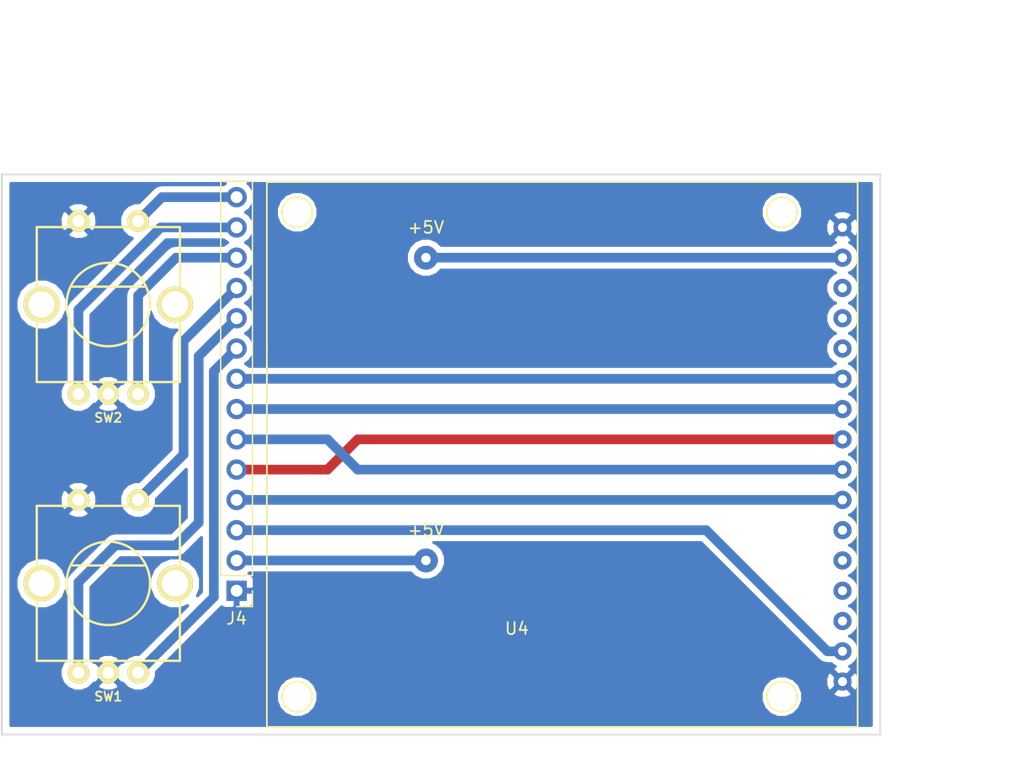
<source format=kicad_pcb>
(kicad_pcb (version 4) (host pcbnew 4.0.7-e2-6376~58~ubuntu16.04.1)

  (general
    (links 21)
    (no_connects 1)
    (area 171.984999 43.02 260.646955 107.0724)
    (thickness 1.6)
    (drawings 10)
    (tracks 35)
    (zones 0)
    (modules 10)
    (nets 19)
  )

  (page USLetter)
  (title_block
    (title AD9850)
  )

  (layers
    (0 F.Cu signal)
    (31 B.Cu signal)
    (33 F.Adhes user)
    (35 F.Paste user)
    (36 B.SilkS user)
    (37 F.SilkS user)
    (38 B.Mask user)
    (39 F.Mask user)
    (40 Dwgs.User user)
    (41 Cmts.User user)
    (42 Eco1.User user)
    (43 Eco2.User user)
    (44 Edge.Cuts user)
    (45 Margin user)
    (47 F.CrtYd user)
    (49 F.Fab user)
  )

  (setup
    (last_trace_width 0.1524)
    (user_trace_width 0.1524)
    (user_trace_width 0.254)
    (user_trace_width 0.381)
    (user_trace_width 0.508)
    (user_trace_width 0.8128)
    (trace_clearance 0.1524)
    (zone_clearance 0.508)
    (zone_45_only no)
    (trace_min 0.1524)
    (segment_width 0.2)
    (edge_width 0.15)
    (via_size 0.6858)
    (via_drill 0.3302)
    (via_min_size 0.6858)
    (via_min_drill 0.3302)
    (uvia_size 0.6858)
    (uvia_drill 0.3302)
    (uvias_allowed no)
    (uvia_min_size 0)
    (uvia_min_drill 0)
    (pcb_text_width 0.3)
    (pcb_text_size 1.5 1.5)
    (mod_edge_width 0.15)
    (mod_text_size 1 1)
    (mod_text_width 0.15)
    (pad_size 1.99898 1.99898)
    (pad_drill 0.8001)
    (pad_to_mask_clearance 0.0508)
    (aux_axis_origin 0 0)
    (visible_elements FFFFFF7F)
    (pcbplotparams
      (layerselection 0x010e0_80000001)
      (usegerberextensions false)
      (excludeedgelayer true)
      (linewidth 0.100000)
      (plotframeref false)
      (viasonmask false)
      (mode 1)
      (useauxorigin false)
      (hpglpennumber 1)
      (hpglpenspeed 20)
      (hpglpendiameter 15)
      (hpglpenoverlay 2)
      (psnegative false)
      (psa4output false)
      (plotreference true)
      (plotvalue true)
      (plotinvisibletext false)
      (padsonsilk false)
      (subtractmaskfromsilk false)
      (outputformat 1)
      (mirror false)
      (drillshape 0)
      (scaleselection 1)
      (outputdirectory "Display Gerbers/"))
  )

  (net 0 "")
  (net 1 +5V)
  (net 2 GND)
  (net 3 "Net-(U4-Pad11)")
  (net 4 "Net-(U4-Pad12)")
  (net 5 "Net-(U4-Pad13)")
  (net 6 "Net-(U4-Pad14)")
  (net 7 /D9)
  (net 8 /CS)
  (net 9 /MOSI)
  (net 10 /SCK)
  (net 11 /DC)
  (net 12 /RST)
  (net 13 /STEP1)
  (net 14 /STEP2)
  (net 15 /SET1Hz)
  (net 16 /FREQ1)
  (net 17 /FREQ2)
  (net 18 /SET1kHz)

  (net_class Default "This is the default net class."
    (clearance 0.1524)
    (trace_width 0.1524)
    (via_dia 0.6858)
    (via_drill 0.3302)
    (uvia_dia 0.6858)
    (uvia_drill 0.3302)
    (add_net +5V)
    (add_net /CS)
    (add_net /D9)
    (add_net /DC)
    (add_net /FREQ1)
    (add_net /FREQ2)
    (add_net /MOSI)
    (add_net /RST)
    (add_net /SCK)
    (add_net /SET1Hz)
    (add_net /SET1kHz)
    (add_net /STEP1)
    (add_net /STEP2)
    (add_net GND)
    (add_net "Net-(U4-Pad11)")
    (add_net "Net-(U4-Pad12)")
    (add_net "Net-(U4-Pad13)")
    (add_net "Net-(U4-Pad14)")
  )

  (module Wire_Pads:SolderWirePad_single_0-8mmDrill (layer F.Cu) (tedit 5A52962F) (tstamp 5A529B54)
    (at 207.645 64.135)
    (fp_text reference +5V (at 0 -2.54) (layer F.SilkS)
      (effects (font (size 1 1) (thickness 0.15)))
    )
    (fp_text value JP2 (at 0 2.54) (layer F.Fab)
      (effects (font (size 1 1) (thickness 0.15)))
    )
    (pad 1 thru_hole circle (at 0 0) (size 1.99898 1.99898) (drill 0.8001) (layers *.Cu *.Mask)
      (net 1 +5V))
  )

  (module Wire_Pads:SolderWirePad_single_0-8mmDrill (layer F.Cu) (tedit 5A529621) (tstamp 5A529B37)
    (at 207.645 89.535)
    (fp_text reference +5V (at 0 -2.54) (layer F.SilkS)
      (effects (font (size 1 1) (thickness 0.15)))
    )
    (fp_text value JP2 (at 0 2.54) (layer F.Fab)
      (effects (font (size 1 1) (thickness 0.15)))
    )
    (pad 1 thru_hole circle (at 0 0) (size 1.99898 1.99898) (drill 0.8001) (layers *.Cu *.Mask)
      (net 1 +5V))
  )

  (module Pin_Headers:Pin_Header_Straight_1x14_Pitch2.54mm (layer F.Cu) (tedit 5A5D6C10) (tstamp 5A51C881)
    (at 191.77 92.075 180)
    (descr "Through hole straight pin header, 1x14, 2.54mm pitch, single row")
    (tags "Through hole pin header THT 1x14 2.54mm single row")
    (path /5A4F325F)
    (fp_text reference J4 (at 0 -2.33 180) (layer F.SilkS)
      (effects (font (size 1 1) (thickness 0.15)))
    )
    (fp_text value CONN_01X14 (at 0 36.195 180) (layer F.Fab)
      (effects (font (size 1 1) (thickness 0.15)))
    )
    (fp_line (start -0.635 -1.27) (end 1.27 -1.27) (layer F.Fab) (width 0.1))
    (fp_line (start 1.27 -1.27) (end 1.27 34.29) (layer F.Fab) (width 0.1))
    (fp_line (start 1.27 34.29) (end -1.27 34.29) (layer F.Fab) (width 0.1))
    (fp_line (start -1.27 34.29) (end -1.27 -0.635) (layer F.Fab) (width 0.1))
    (fp_line (start -1.27 -0.635) (end -0.635 -1.27) (layer F.Fab) (width 0.1))
    (fp_line (start -1.33 34.35) (end 1.33 34.35) (layer F.SilkS) (width 0.12))
    (fp_line (start -1.33 1.27) (end -1.33 34.35) (layer F.SilkS) (width 0.12))
    (fp_line (start 1.33 1.27) (end 1.33 34.35) (layer F.SilkS) (width 0.12))
    (fp_line (start -1.33 1.27) (end 1.33 1.27) (layer F.SilkS) (width 0.12))
    (fp_line (start -1.33 0) (end -1.33 -1.33) (layer F.SilkS) (width 0.12))
    (fp_line (start -1.33 -1.33) (end 0 -1.33) (layer F.SilkS) (width 0.12))
    (fp_line (start -1.8 -1.8) (end -1.8 34.8) (layer F.CrtYd) (width 0.05))
    (fp_line (start -1.8 34.8) (end 1.8 34.8) (layer F.CrtYd) (width 0.05))
    (fp_line (start 1.8 34.8) (end 1.8 -1.8) (layer F.CrtYd) (width 0.05))
    (fp_line (start 1.8 -1.8) (end -1.8 -1.8) (layer F.CrtYd) (width 0.05))
    (fp_text user %R (at 0 16.51 270) (layer F.Fab)
      (effects (font (size 1 1) (thickness 0.15)))
    )
    (pad 1 thru_hole rect (at 0 0 180) (size 1.7 1.7) (drill 1) (layers *.Cu *.Mask)
      (net 2 GND))
    (pad 2 thru_hole oval (at 0 2.54 180) (size 1.7 1.7) (drill 1) (layers *.Cu *.Mask)
      (net 1 +5V))
    (pad 3 thru_hole oval (at 0 5.08 180) (size 1.7 1.7) (drill 1) (layers *.Cu *.Mask)
      (net 7 /D9))
    (pad 4 thru_hole oval (at 0 7.62 180) (size 1.7 1.7) (drill 1) (layers *.Cu *.Mask)
      (net 8 /CS))
    (pad 5 thru_hole oval (at 0 10.16 180) (size 1.7 1.7) (drill 1) (layers *.Cu *.Mask)
      (net 9 /MOSI))
    (pad 6 thru_hole oval (at 0 12.7 180) (size 1.7 1.7) (drill 1) (layers *.Cu *.Mask)
      (net 10 /SCK))
    (pad 7 thru_hole oval (at 0 15.24 180) (size 1.7 1.7) (drill 1) (layers *.Cu *.Mask)
      (net 11 /DC))
    (pad 8 thru_hole oval (at 0 17.78 180) (size 1.7 1.7) (drill 1) (layers *.Cu *.Mask)
      (net 12 /RST))
    (pad 9 thru_hole oval (at 0 20.32 180) (size 1.7 1.7) (drill 1) (layers *.Cu *.Mask)
      (net 13 /STEP1))
    (pad 10 thru_hole oval (at 0 22.86 180) (size 1.7 1.7) (drill 1) (layers *.Cu *.Mask)
      (net 14 /STEP2))
    (pad 11 thru_hole oval (at 0 25.4 180) (size 1.7 1.7) (drill 1) (layers *.Cu *.Mask)
      (net 15 /SET1Hz))
    (pad 12 thru_hole oval (at 0 27.94 180) (size 1.7 1.7) (drill 1) (layers *.Cu *.Mask)
      (net 16 /FREQ1))
    (pad 13 thru_hole oval (at 0 30.48 180) (size 1.7 1.7) (drill 1) (layers *.Cu *.Mask)
      (net 17 /FREQ2))
    (pad 14 thru_hole oval (at 0 33.02 180) (size 1.7 1.7) (drill 1) (layers *.Cu *.Mask)
      (net 18 /SET1kHz))
    (model ${KISYS3DMOD}/Pin_Headers.3dshapes/Pin_Header_Straight_1x14_Pitch2.54mm.wrl
      (at (xyz 0 0 0))
      (scale (xyz 1 1 1))
      (rotate (xyz 0 0 0))
    )
  )

  (module myfootprint:128x160-SPI_w_SD-CARD (layer F.Cu) (tedit 5A5D6B9B) (tstamp 5A527919)
    (at 217.17 86.995 180)
    (path /5A4FAEB1)
    (fp_text reference U4 (at 1.905 -8.255 180) (layer F.SilkS)
      (effects (font (size 1 1) (thickness 0.15)))
    )
    (fp_text value 1.8TFTv0.1_128x160 (at 0 -19.05 180) (layer F.Fab)
      (effects (font (size 1 1) (thickness 0.15)))
    )
    (fp_circle (center -20.32 26.67) (end -20.32 27.94) (layer F.SilkS) (width 0.15))
    (fp_circle (center -20.32 -13.97) (end -19.05 -13.97) (layer F.SilkS) (width 0.15))
    (fp_circle (center 20.32 26.67) (end 20.32 25.4) (layer F.SilkS) (width 0.15))
    (fp_circle (center 20.32 -13.97) (end 20.32 -15.24) (layer F.SilkS) (width 0.15))
    (fp_line (start -26.67 29.21) (end 22.86 29.21) (layer F.SilkS) (width 0.15))
    (fp_line (start 22.86 15.24) (end 22.86 29.21) (layer F.SilkS) (width 0.15))
    (fp_line (start -26.67 -16.51) (end 22.86 -16.51) (layer F.SilkS) (width 0.15))
    (fp_line (start -26.67 29.21) (end -26.67 27.94) (layer F.SilkS) (width 0.15))
    (fp_line (start -26.67 -15.24) (end -26.67 -16.51) (layer F.SilkS) (width 0.15))
    (fp_line (start -26.67 27.94) (end -26.67 20.32) (layer F.SilkS) (width 0.15))
    (fp_line (start -26.67 -11.43) (end -26.67 -15.24) (layer F.SilkS) (width 0.15))
    (fp_line (start 22.86 -16.51) (end 22.86 15.24) (layer F.SilkS) (width 0.15))
    (fp_line (start -26.67 20.32) (end -26.67 -11.43) (layer F.SilkS) (width 0.15))
    (pad 1 thru_hole circle (at -25.4 25.4 180) (size 1.524 1.524) (drill 0.762) (layers *.Cu *.Mask)
      (net 2 GND))
    (pad 2 thru_hole circle (at -25.4 22.86 180) (size 1.524 1.524) (drill 0.762) (layers *.Cu *.Mask)
      (net 1 +5V))
    (pad 3 thru_hole circle (at -25.4 20.32 180) (size 1.524 1.524) (drill 0.762) (layers *.Cu *.Mask))
    (pad 4 thru_hole circle (at -25.4 17.78 180) (size 1.524 1.524) (drill 0.762) (layers *.Cu *.Mask))
    (pad 5 thru_hole circle (at -25.4 15.24 180) (size 1.524 1.524) (drill 0.762) (layers *.Cu *.Mask))
    (pad 6 thru_hole circle (at -25.4 12.7 180) (size 1.524 1.524) (drill 0.762) (layers *.Cu *.Mask)
      (net 12 /RST))
    (pad 7 thru_hole circle (at -25.4 10.16 180) (size 1.524 1.524) (drill 0.762) (layers *.Cu *.Mask)
      (net 11 /DC))
    (pad 8 thru_hole circle (at -25.4 7.62 180) (size 1.524 1.524) (drill 0.762) (layers *.Cu *.Mask)
      (net 9 /MOSI))
    (pad 9 thru_hole circle (at -25.4 5.08 180) (size 1.524 1.524) (drill 0.762) (layers *.Cu *.Mask)
      (net 10 /SCK))
    (pad 10 thru_hole circle (at -25.4 2.54 180) (size 1.524 1.524) (drill 0.762) (layers *.Cu *.Mask)
      (net 8 /CS))
    (pad 11 thru_hole circle (at -25.4 0 180) (size 1.524 1.524) (drill 0.762) (layers *.Cu *.Mask)
      (net 3 "Net-(U4-Pad11)"))
    (pad 12 thru_hole circle (at -25.4 -2.54 180) (size 1.524 1.524) (drill 0.762) (layers *.Cu *.Mask)
      (net 4 "Net-(U4-Pad12)"))
    (pad 13 thru_hole circle (at -25.4 -5.08 180) (size 1.524 1.524) (drill 0.762) (layers *.Cu *.Mask)
      (net 5 "Net-(U4-Pad13)"))
    (pad 14 thru_hole circle (at -25.4 -7.62 180) (size 1.524 1.524) (drill 0.762) (layers *.Cu *.Mask)
      (net 6 "Net-(U4-Pad14)"))
    (pad 15 thru_hole circle (at -25.4 -10.16 180) (size 1.524 1.524) (drill 0.762) (layers *.Cu *.Mask)
      (net 7 /D9))
    (pad 16 thru_hole circle (at -25.4 -12.7 180) (size 1.524 1.524) (drill 0.762) (layers *.Cu *.Mask)
      (net 2 GND))
  )

  (module myfootprint:SF-ROTARY-ENCODER (layer F.Cu) (tedit 5A5289BB) (tstamp 5A528B2E)
    (at 181.015 91.455)
    (path /5A4F0C21)
    (fp_text reference SW1 (at 0 9.5) (layer F.SilkS)
      (effects (font (size 0.762 0.762) (thickness 0.1524)))
    )
    (fp_text value Rotary_Encoder_Switch (at 0 0) (layer F.SilkS) hide
      (effects (font (size 0.762 0.762) (thickness 0.1524)))
    )
    (fp_line (start 3 -1.5) (end -3 -1.5) (layer F.SilkS) (width 0.2032))
    (fp_circle (center 0 0) (end 3.5 0) (layer F.SilkS) (width 0.2032))
    (fp_line (start 6 6.5) (end -6 6.5) (layer F.SilkS) (width 0.2032))
    (fp_line (start -6 6.5) (end -6 -6.5) (layer F.SilkS) (width 0.2032))
    (fp_line (start -6 -6.5) (end 6 -6.5) (layer F.SilkS) (width 0.2032))
    (fp_line (start 6 -6.5) (end 6 6.5) (layer F.SilkS) (width 0.2032))
    (pad 4 thru_hole circle (at -2.5 -7) (size 1.8 1.8) (drill 1) (layers *.Cu *.Mask F.SilkS)
      (net 2 GND))
    (pad 1 thru_hole circle (at -2.5 7.5) (size 1.8 1.8) (drill 1) (layers *.Cu *.Mask F.SilkS)
      (net 14 /STEP2))
    (pad 2 thru_hole circle (at 0 7.5) (size 1.8 1.8) (drill 1) (layers *.Cu *.Mask F.SilkS)
      (net 2 GND))
    (pad 3 thru_hole circle (at 2.5 7.5) (size 1.8 1.8) (drill 1) (layers *.Cu *.Mask F.SilkS)
      (net 13 /STEP1))
    (pad 5 thru_hole circle (at 2.5 -7) (size 1.8 1.8) (drill 1) (layers *.Cu *.Mask F.SilkS)
      (net 15 /SET1Hz))
    (pad "" thru_hole circle (at 5.6 0) (size 3 3) (drill 2.2) (layers *.Cu *.Mask F.SilkS))
    (pad "" thru_hole circle (at -5.6 0) (size 3 3) (drill 2.2) (layers *.Cu *.Mask F.SilkS))
  )

  (module myfootprint:SF-ROTARY-ENCODER (layer F.Cu) (tedit 5A5289BB) (tstamp 5A528B3F)
    (at 181.015 68.065)
    (path /5A4F0CD3)
    (fp_text reference SW2 (at 0 9.5) (layer F.SilkS)
      (effects (font (size 0.762 0.762) (thickness 0.1524)))
    )
    (fp_text value Rotary_Encoder_Switch (at 0 0) (layer F.SilkS) hide
      (effects (font (size 0.762 0.762) (thickness 0.1524)))
    )
    (fp_line (start 3 -1.5) (end -3 -1.5) (layer F.SilkS) (width 0.2032))
    (fp_circle (center 0 0) (end 3.5 0) (layer F.SilkS) (width 0.2032))
    (fp_line (start 6 6.5) (end -6 6.5) (layer F.SilkS) (width 0.2032))
    (fp_line (start -6 6.5) (end -6 -6.5) (layer F.SilkS) (width 0.2032))
    (fp_line (start -6 -6.5) (end 6 -6.5) (layer F.SilkS) (width 0.2032))
    (fp_line (start 6 -6.5) (end 6 6.5) (layer F.SilkS) (width 0.2032))
    (pad 4 thru_hole circle (at -2.5 -7) (size 1.8 1.8) (drill 1) (layers *.Cu *.Mask F.SilkS)
      (net 2 GND))
    (pad 1 thru_hole circle (at -2.5 7.5) (size 1.8 1.8) (drill 1) (layers *.Cu *.Mask F.SilkS)
      (net 17 /FREQ2))
    (pad 2 thru_hole circle (at 0 7.5) (size 1.8 1.8) (drill 1) (layers *.Cu *.Mask F.SilkS)
      (net 2 GND))
    (pad 3 thru_hole circle (at 2.5 7.5) (size 1.8 1.8) (drill 1) (layers *.Cu *.Mask F.SilkS)
      (net 16 /FREQ1))
    (pad 5 thru_hole circle (at 2.5 -7) (size 1.8 1.8) (drill 1) (layers *.Cu *.Mask F.SilkS)
      (net 18 /SET1kHz))
    (pad "" thru_hole circle (at 5.6 0) (size 3 3) (drill 2.2) (layers *.Cu *.Mask F.SilkS))
    (pad "" thru_hole circle (at -5.6 0) (size 3 3) (drill 2.2) (layers *.Cu *.Mask F.SilkS))
  )

  (module Mounting_Holes:MountingHole_2.2mm_M2 (layer F.Cu) (tedit 5A5D6C24) (tstamp 5A52A437)
    (at 237.49 60.325)
    (descr "Mounting Hole 2.2mm, no annular, M2")
    (tags "mounting hole 2.2mm no annular m2")
    (attr virtual)
    (fp_text reference "" (at 0 -3.2) (layer F.SilkS)
      (effects (font (size 1 1) (thickness 0.15)))
    )
    (fp_text value MountingHole_2.2mm_M2 (at -3.81 -4.445) (layer F.Fab)
      (effects (font (size 1 1) (thickness 0.15)))
    )
    (fp_text user %R (at 0.3 0) (layer F.Fab)
      (effects (font (size 1 1) (thickness 0.15)))
    )
    (fp_circle (center 0 0) (end 2.2 0) (layer Cmts.User) (width 0.15))
    (fp_circle (center 0 0) (end 2.45 0) (layer F.CrtYd) (width 0.05))
    (pad 1 np_thru_hole circle (at 0 0) (size 2.2 2.2) (drill 2.2) (layers *.Cu *.Mask))
  )

  (module Mounting_Holes:MountingHole_2.2mm_M2 (layer F.Cu) (tedit 5A5D6C1C) (tstamp 5A52A43F)
    (at 196.85 60.325)
    (descr "Mounting Hole 2.2mm, no annular, M2")
    (tags "mounting hole 2.2mm no annular m2")
    (attr virtual)
    (fp_text reference "" (at 0 -3.2) (layer F.SilkS)
      (effects (font (size 1 1) (thickness 0.15)))
    )
    (fp_text value MountingHole_2.2mm_M2 (at 10.16 -4.445) (layer F.Fab)
      (effects (font (size 1 1) (thickness 0.15)))
    )
    (fp_text user %R (at 0.3 0) (layer F.Fab)
      (effects (font (size 1 1) (thickness 0.15)))
    )
    (fp_circle (center 0 0) (end 2.2 0) (layer Cmts.User) (width 0.15))
    (fp_circle (center 0 0) (end 2.45 0) (layer F.CrtYd) (width 0.05))
    (pad 1 np_thru_hole circle (at 0 0) (size 2.2 2.2) (drill 2.2) (layers *.Cu *.Mask))
  )

  (module Mounting_Holes:MountingHole_2.2mm_M2 (layer F.Cu) (tedit 5A5D6BF7) (tstamp 5A52A447)
    (at 196.85 100.965)
    (descr "Mounting Hole 2.2mm, no annular, M2")
    (tags "mounting hole 2.2mm no annular m2")
    (attr virtual)
    (fp_text reference "" (at 0 -3.2) (layer F.SilkS)
      (effects (font (size 1 1) (thickness 0.15)))
    )
    (fp_text value MountingHole_2.2mm_M2 (at 0 5.08) (layer F.Fab)
      (effects (font (size 1 1) (thickness 0.15)))
    )
    (fp_text user %R (at 0.3 0) (layer F.Fab)
      (effects (font (size 1 1) (thickness 0.15)))
    )
    (fp_circle (center 0 0) (end 2.2 0) (layer Cmts.User) (width 0.15))
    (fp_circle (center 0 0) (end 2.45 0) (layer F.CrtYd) (width 0.05))
    (pad 1 np_thru_hole circle (at 0 0) (size 2.2 2.2) (drill 2.2) (layers *.Cu *.Mask))
  )

  (module Mounting_Holes:MountingHole_2.2mm_M2 (layer F.Cu) (tedit 5A5D6C00) (tstamp 5A52A44F)
    (at 237.49 100.965)
    (descr "Mounting Hole 2.2mm, no annular, M2")
    (tags "mounting hole 2.2mm no annular m2")
    (attr virtual)
    (fp_text reference "" (at 0 -3.2) (layer F.SilkS)
      (effects (font (size 1 1) (thickness 0.15)))
    )
    (fp_text value MountingHole_2.2mm_M2 (at 0 5.08) (layer F.Fab)
      (effects (font (size 1 1) (thickness 0.15)))
    )
    (fp_text user %R (at 0.3 0) (layer F.Fab)
      (effects (font (size 1 1) (thickness 0.15)))
    )
    (fp_circle (center 0 0) (end 2.2 0) (layer Cmts.User) (width 0.15))
    (fp_circle (center 0 0) (end 2.45 0) (layer F.CrtYd) (width 0.05))
    (pad 1 np_thru_hole circle (at 0 0) (size 2.2 2.2) (drill 2.2) (layers *.Cu *.Mask))
  )

  (gr_line (start 172.085 104.14) (end 172.085 57.15) (layer Edge.Cuts) (width 0.15))
  (gr_line (start 245.745 104.14) (end 172.085 104.14) (layer Edge.Cuts) (width 0.15))
  (gr_line (start 245.745 57.15) (end 245.745 104.14) (layer Edge.Cuts) (width 0.15))
  (gr_line (start 172.085 57.15) (end 245.745 57.15) (layer Edge.Cuts) (width 0.15))
  (dimension 46.99 (width 0.3) (layer F.Fab)
    (gr_text "1.8500 in" (at 255.11124 80.645 270) (layer F.Fab)
      (effects (font (size 1.5 1.5) (thickness 0.3)))
    )
    (feature1 (pts (xy 247.41124 104.14) (xy 256.46124 104.14)))
    (feature2 (pts (xy 247.41124 57.15) (xy 256.46124 57.15)))
    (crossbar (pts (xy 253.76124 57.15) (xy 253.76124 104.14)))
    (arrow1a (pts (xy 253.76124 104.14) (xy 253.174819 103.013496)))
    (arrow1b (pts (xy 253.76124 104.14) (xy 254.347661 103.013496)))
    (arrow2a (pts (xy 253.76124 57.15) (xy 253.174819 58.276504)))
    (arrow2b (pts (xy 253.76124 57.15) (xy 254.347661 58.276504)))
  )
  (dimension 73.66 (width 0.3) (layer F.Fab)
    (gr_text "2.9000 in" (at 208.915 44.37) (layer F.Fab)
      (effects (font (size 1.5 1.5) (thickness 0.3)))
    )
    (feature1 (pts (xy 245.745 55.88) (xy 245.745 43.02)))
    (feature2 (pts (xy 172.085 55.88) (xy 172.085 43.02)))
    (crossbar (pts (xy 172.085 45.72) (xy 245.745 45.72)))
    (arrow1a (pts (xy 245.745 45.72) (xy 244.618496 46.306421)))
    (arrow1b (pts (xy 245.745 45.72) (xy 244.618496 45.133579)))
    (arrow2a (pts (xy 172.085 45.72) (xy 173.211504 46.306421)))
    (arrow2b (pts (xy 172.085 45.72) (xy 173.211504 45.133579)))
  )
  (gr_line (start 172.085 104.14) (end 172.085 57.15) (angle 90) (layer F.Fab) (width 0.2))
  (gr_line (start 245.745 104.14) (end 172.085 104.14) (angle 90) (layer F.Fab) (width 0.2))
  (gr_line (start 245.745 57.15) (end 245.745 104.14) (angle 90) (layer F.Fab) (width 0.2))
  (gr_line (start 172.085 57.15) (end 245.745 57.15) (angle 90) (layer F.Fab) (width 0.2))

  (segment (start 191.77 89.535) (end 207.645 89.535) (width 0.8128) (layer B.Cu) (net 1))
  (segment (start 207.645 64.135) (end 242.57 64.135) (width 0.8128) (layer B.Cu) (net 1))
  (segment (start 191.77 86.995) (end 231.14 86.995) (width 0.8128) (layer B.Cu) (net 7))
  (segment (start 241.3 97.155) (end 242.57 97.155) (width 0.8128) (layer B.Cu) (net 7) (tstamp 5A5298C4))
  (segment (start 231.14 86.995) (end 241.3 97.155) (width 0.8128) (layer B.Cu) (net 7) (tstamp 5A5298C2))
  (segment (start 191.77 84.455) (end 242.57 84.455) (width 0.8128) (layer B.Cu) (net 8))
  (segment (start 191.77 81.915) (end 198.755 81.915) (width 0.8128) (layer F.Cu) (net 9))
  (segment (start 201.93 79.375) (end 242.57 79.375) (width 0.8128) (layer F.Cu) (net 9) (tstamp 5A5EC7B5))
  (segment (start 199.39 81.915) (end 201.93 79.375) (width 0.8128) (layer F.Cu) (net 9) (tstamp 5A5EC7B1))
  (segment (start 198.755 81.915) (end 199.39 81.915) (width 0.8128) (layer F.Cu) (net 9) (tstamp 5A5EC7AF))
  (segment (start 191.77 79.375) (end 199.39 79.375) (width 0.8128) (layer B.Cu) (net 10))
  (segment (start 201.93 81.915) (end 242.57 81.915) (width 0.8128) (layer B.Cu) (net 10) (tstamp 5A529AD8))
  (segment (start 199.39 79.375) (end 201.93 81.915) (width 0.8128) (layer B.Cu) (net 10) (tstamp 5A529AD7))
  (segment (start 191.77 76.835) (end 242.57 76.835) (width 0.8128) (layer B.Cu) (net 11))
  (segment (start 191.77 74.295) (end 242.57 74.295) (width 0.8128) (layer B.Cu) (net 12))
  (segment (start 191.77 71.755) (end 189.865 73.66) (width 0.8128) (layer B.Cu) (net 13))
  (segment (start 189.865 73.66) (end 189.865 92.605) (width 0.8128) (layer B.Cu) (net 13))
  (segment (start 189.865 92.605) (end 183.515 98.955) (width 0.8128) (layer B.Cu) (net 13))
  (segment (start 191.77 69.215) (end 188.595 72.39) (width 0.8128) (layer B.Cu) (net 14))
  (segment (start 186.69 88.265) (end 181.61 88.265) (width 0.8128) (layer B.Cu) (net 14))
  (segment (start 188.595 72.39) (end 188.595 86.36) (width 0.8128) (layer B.Cu) (net 14))
  (segment (start 188.595 86.36) (end 186.69 88.265) (width 0.8128) (layer B.Cu) (net 14))
  (segment (start 181.61 88.265) (end 178.515 91.36) (width 0.8128) (layer B.Cu) (net 14))
  (segment (start 178.515 91.36) (end 178.515 98.955) (width 0.8128) (layer B.Cu) (net 14))
  (segment (start 187.325 71.12) (end 187.325 80.645) (width 0.8128) (layer B.Cu) (net 15))
  (segment (start 187.325 80.645) (end 183.515 84.455) (width 0.8128) (layer B.Cu) (net 15))
  (segment (start 191.77 66.675) (end 187.325 71.12) (width 0.8128) (layer B.Cu) (net 15))
  (segment (start 191.77 64.135) (end 186.69 64.135) (width 0.8128) (layer B.Cu) (net 16))
  (segment (start 186.69 64.135) (end 183.515 67.31) (width 0.8128) (layer B.Cu) (net 16))
  (segment (start 183.515 67.31) (end 183.515 75.565) (width 0.8128) (layer B.Cu) (net 16))
  (segment (start 185.42 61.595) (end 178.515 68.5) (width 0.8128) (layer B.Cu) (net 17))
  (segment (start 178.515 68.5) (end 178.515 75.565) (width 0.8128) (layer B.Cu) (net 17))
  (segment (start 191.77 61.595) (end 185.42 61.595) (width 0.8128) (layer B.Cu) (net 17))
  (segment (start 191.77 59.055) (end 185.525 59.055) (width 0.8128) (layer B.Cu) (net 18))
  (segment (start 185.525 59.055) (end 183.515 61.065) (width 0.8128) (layer B.Cu) (net 18))

  (zone (net 2) (net_name GND) (layer B.Cu) (tstamp 5A54E032) (hatch edge 0.508)
    (connect_pads (clearance 0.508))
    (min_thickness 0.254)
    (fill yes (arc_segments 16) (thermal_gap 0.508) (thermal_bridge_width 0.508))
    (polygon
      (pts
        (xy 245.11 103.505) (xy 172.72 103.505) (xy 172.72 57.785) (xy 245.11 57.785)
      )
    )
    (filled_polygon
      (pts
        (xy 190.690853 58.004946) (xy 190.685071 58.0136) (xy 185.525 58.0136) (xy 185.126473 58.092872) (xy 184.788619 58.318619)
        (xy 183.577184 59.530054) (xy 183.211009 59.529735) (xy 182.646629 59.762932) (xy 182.214449 60.194357) (xy 181.980267 60.75833)
        (xy 181.979735 61.368991) (xy 182.212932 61.933371) (xy 182.644357 62.365551) (xy 183.020499 62.521739) (xy 177.778619 67.763619)
        (xy 177.552872 68.101473) (xy 177.549956 68.116133) (xy 177.55037 67.642185) (xy 177.22602 66.8572) (xy 176.625959 66.256091)
        (xy 175.841541 65.930372) (xy 174.992185 65.92963) (xy 174.2072 66.25398) (xy 173.606091 66.854041) (xy 173.280372 67.638459)
        (xy 173.27963 68.487815) (xy 173.60398 69.2728) (xy 174.204041 69.873909) (xy 174.988459 70.199628) (xy 175.837815 70.20037)
        (xy 176.6228 69.87602) (xy 177.223909 69.275959) (xy 177.4736 68.674637) (xy 177.4736 74.435659) (xy 177.214449 74.694357)
        (xy 176.980267 75.25833) (xy 176.979735 75.868991) (xy 177.212932 76.433371) (xy 177.644357 76.865551) (xy 178.20833 77.099733)
        (xy 178.818991 77.100265) (xy 179.383371 76.867068) (xy 179.605668 76.645159) (xy 180.114446 76.645159) (xy 180.200852 76.901643)
        (xy 180.774336 77.111458) (xy 181.38446 77.085839) (xy 181.829148 76.901643) (xy 181.915554 76.645159) (xy 181.015 75.744605)
        (xy 180.114446 76.645159) (xy 179.605668 76.645159) (xy 179.815551 76.435643) (xy 179.819294 76.426628) (xy 179.934841 76.465554)
        (xy 180.835395 75.565) (xy 179.934841 74.664446) (xy 179.819786 74.703207) (xy 179.817068 74.696629) (xy 179.60565 74.484841)
        (xy 180.114446 74.484841) (xy 181.015 75.385395) (xy 181.915554 74.484841) (xy 181.829148 74.228357) (xy 181.255664 74.018542)
        (xy 180.64554 74.044161) (xy 180.200852 74.228357) (xy 180.114446 74.484841) (xy 179.60565 74.484841) (xy 179.5564 74.435505)
        (xy 179.5564 68.931362) (xy 185.851362 62.6364) (xy 190.685071 62.6364) (xy 190.690853 62.645054) (xy 191.020026 62.865)
        (xy 190.690853 63.084946) (xy 190.685071 63.0936) (xy 186.69 63.0936) (xy 186.291473 63.172872) (xy 186.034319 63.344697)
        (xy 185.953619 63.398619) (xy 182.778619 66.573619) (xy 182.552872 66.911473) (xy 182.4736 67.31) (xy 182.4736 74.435659)
        (xy 182.214449 74.694357) (xy 182.210706 74.703372) (xy 182.095159 74.664446) (xy 181.194605 75.565) (xy 182.095159 76.465554)
        (xy 182.210214 76.426793) (xy 182.212932 76.433371) (xy 182.644357 76.865551) (xy 183.20833 77.099733) (xy 183.818991 77.100265)
        (xy 184.383371 76.867068) (xy 184.815551 76.435643) (xy 185.049733 75.87167) (xy 185.050265 75.261009) (xy 184.817068 74.696629)
        (xy 184.5564 74.435505) (xy 184.5564 68.673612) (xy 184.80398 69.2728) (xy 185.404041 69.873909) (xy 186.188459 70.199628)
        (xy 186.7721 70.200138) (xy 186.588619 70.383619) (xy 186.362872 70.721473) (xy 186.2836 71.12) (xy 186.2836 80.213638)
        (xy 183.577184 82.920054) (xy 183.211009 82.919735) (xy 182.646629 83.152932) (xy 182.214449 83.584357) (xy 181.980267 84.14833)
        (xy 181.979735 84.758991) (xy 182.212932 85.323371) (xy 182.644357 85.755551) (xy 183.20833 85.989733) (xy 183.818991 85.990265)
        (xy 184.383371 85.757068) (xy 184.815551 85.325643) (xy 185.049733 84.76167) (xy 185.050054 84.392708) (xy 187.5536 81.889162)
        (xy 187.5536 85.928638) (xy 186.258638 87.2236) (xy 181.61 87.2236) (xy 181.211473 87.302872) (xy 181.064016 87.4014)
        (xy 180.873619 87.528619) (xy 177.778619 90.623619) (xy 177.552872 90.961473) (xy 177.542564 91.013294) (xy 177.22602 90.2472)
        (xy 176.625959 89.646091) (xy 175.841541 89.320372) (xy 174.992185 89.31963) (xy 174.2072 89.64398) (xy 173.606091 90.244041)
        (xy 173.280372 91.028459) (xy 173.27963 91.877815) (xy 173.60398 92.6628) (xy 174.204041 93.263909) (xy 174.988459 93.589628)
        (xy 175.837815 93.59037) (xy 176.6228 93.26602) (xy 177.223909 92.665959) (xy 177.4736 92.064637) (xy 177.4736 97.825659)
        (xy 177.214449 98.084357) (xy 176.980267 98.64833) (xy 176.979735 99.258991) (xy 177.212932 99.823371) (xy 177.644357 100.255551)
        (xy 178.20833 100.489733) (xy 178.818991 100.490265) (xy 179.383371 100.257068) (xy 179.605668 100.035159) (xy 180.114446 100.035159)
        (xy 180.200852 100.291643) (xy 180.774336 100.501458) (xy 181.38446 100.475839) (xy 181.829148 100.291643) (xy 181.915554 100.035159)
        (xy 181.015 99.134605) (xy 180.114446 100.035159) (xy 179.605668 100.035159) (xy 179.815551 99.825643) (xy 179.819294 99.816628)
        (xy 179.934841 99.855554) (xy 180.835395 98.955) (xy 179.934841 98.054446) (xy 179.819786 98.093207) (xy 179.817068 98.086629)
        (xy 179.60565 97.874841) (xy 180.114446 97.874841) (xy 181.015 98.775395) (xy 181.915554 97.874841) (xy 181.829148 97.618357)
        (xy 181.255664 97.408542) (xy 180.64554 97.434161) (xy 180.200852 97.618357) (xy 180.114446 97.874841) (xy 179.60565 97.874841)
        (xy 179.5564 97.825505) (xy 179.5564 91.791362) (xy 182.041362 89.3064) (xy 186.69 89.3064) (xy 187.088527 89.227128)
        (xy 187.426381 89.001381) (xy 188.8236 87.604162) (xy 188.8236 92.173638) (xy 188.489685 92.507553) (xy 188.749628 91.881541)
        (xy 188.75037 91.032185) (xy 188.42602 90.2472) (xy 187.825959 89.646091) (xy 187.041541 89.320372) (xy 186.192185 89.31963)
        (xy 185.4072 89.64398) (xy 184.806091 90.244041) (xy 184.480372 91.028459) (xy 184.47963 91.877815) (xy 184.80398 92.6628)
        (xy 185.404041 93.263909) (xy 186.188459 93.589628) (xy 187.037815 93.59037) (xy 187.666732 93.330506) (xy 183.577184 97.420054)
        (xy 183.211009 97.419735) (xy 182.646629 97.652932) (xy 182.214449 98.084357) (xy 182.210706 98.093372) (xy 182.095159 98.054446)
        (xy 181.194605 98.955) (xy 182.095159 99.855554) (xy 182.210214 99.816793) (xy 182.212932 99.823371) (xy 182.644357 100.255551)
        (xy 183.20833 100.489733) (xy 183.818991 100.490265) (xy 184.383371 100.257068) (xy 184.815551 99.825643) (xy 185.049733 99.26167)
        (xy 185.050054 98.892708) (xy 190.519868 93.422894) (xy 190.560302 93.463327) (xy 190.793691 93.56) (xy 191.48425 93.56)
        (xy 191.643 93.40125) (xy 191.643 92.202) (xy 191.897 92.202) (xy 191.897 93.40125) (xy 192.05575 93.56)
        (xy 192.746309 93.56) (xy 192.979698 93.463327) (xy 193.158327 93.284699) (xy 193.255 93.05131) (xy 193.255 92.36075)
        (xy 193.09625 92.202) (xy 191.897 92.202) (xy 191.643 92.202) (xy 191.623 92.202) (xy 191.623 91.948)
        (xy 191.643 91.948) (xy 191.643 91.928) (xy 191.897 91.928) (xy 191.897 91.948) (xy 193.09625 91.948)
        (xy 193.255 91.78925) (xy 193.255 91.09869) (xy 193.158327 90.865301) (xy 192.979698 90.686673) (xy 192.805223 90.614403)
        (xy 192.849147 90.585054) (xy 192.854929 90.5764) (xy 206.37508 90.5764) (xy 206.717927 90.919846) (xy 207.318453 91.169206)
        (xy 207.968694 91.169774) (xy 208.569655 90.921462) (xy 209.029846 90.462073) (xy 209.279206 89.861547) (xy 209.279774 89.211306)
        (xy 209.031462 88.610345) (xy 208.572073 88.150154) (xy 208.298123 88.0364) (xy 230.708638 88.0364) (xy 240.563619 97.891381)
        (xy 240.901474 98.117129) (xy 241.3 98.1964) (xy 241.635649 98.1964) (xy 241.77763 98.338629) (xy 241.969727 98.418395)
        (xy 241.838857 98.472603) (xy 241.769392 98.714787) (xy 242.57 99.515395) (xy 243.370608 98.714787) (xy 243.301143 98.472603)
        (xy 243.160682 98.422491) (xy 243.360303 98.34001) (xy 243.753629 97.94737) (xy 243.966757 97.4341) (xy 243.967242 96.878339)
        (xy 243.75501 96.364697) (xy 243.36237 95.971371) (xy 243.154488 95.885051) (xy 243.360303 95.80001) (xy 243.753629 95.40737)
        (xy 243.966757 94.8941) (xy 243.967242 94.338339) (xy 243.75501 93.824697) (xy 243.36237 93.431371) (xy 243.154488 93.345051)
        (xy 243.360303 93.26001) (xy 243.753629 92.86737) (xy 243.966757 92.3541) (xy 243.967242 91.798339) (xy 243.75501 91.284697)
        (xy 243.36237 90.891371) (xy 243.154488 90.805051) (xy 243.360303 90.72001) (xy 243.753629 90.32737) (xy 243.966757 89.8141)
        (xy 243.967242 89.258339) (xy 243.75501 88.744697) (xy 243.36237 88.351371) (xy 243.154488 88.265051) (xy 243.360303 88.18001)
        (xy 243.753629 87.78737) (xy 243.966757 87.2741) (xy 243.967242 86.718339) (xy 243.75501 86.204697) (xy 243.36237 85.811371)
        (xy 243.154488 85.725051) (xy 243.360303 85.64001) (xy 243.753629 85.24737) (xy 243.966757 84.7341) (xy 243.967242 84.178339)
        (xy 243.75501 83.664697) (xy 243.36237 83.271371) (xy 243.154488 83.185051) (xy 243.360303 83.10001) (xy 243.753629 82.70737)
        (xy 243.966757 82.1941) (xy 243.967242 81.638339) (xy 243.75501 81.124697) (xy 243.36237 80.731371) (xy 243.154488 80.645051)
        (xy 243.360303 80.56001) (xy 243.753629 80.16737) (xy 243.966757 79.6541) (xy 243.967242 79.098339) (xy 243.75501 78.584697)
        (xy 243.36237 78.191371) (xy 243.154488 78.105051) (xy 243.360303 78.02001) (xy 243.753629 77.62737) (xy 243.966757 77.1141)
        (xy 243.967242 76.558339) (xy 243.75501 76.044697) (xy 243.36237 75.651371) (xy 243.154488 75.565051) (xy 243.360303 75.48001)
        (xy 243.753629 75.08737) (xy 243.966757 74.5741) (xy 243.967242 74.018339) (xy 243.75501 73.504697) (xy 243.36237 73.111371)
        (xy 243.154488 73.025051) (xy 243.360303 72.94001) (xy 243.753629 72.54737) (xy 243.966757 72.0341) (xy 243.967242 71.478339)
        (xy 243.75501 70.964697) (xy 243.36237 70.571371) (xy 243.154488 70.485051) (xy 243.360303 70.40001) (xy 243.753629 70.00737)
        (xy 243.966757 69.4941) (xy 243.967242 68.938339) (xy 243.75501 68.424697) (xy 243.36237 68.031371) (xy 243.154488 67.945051)
        (xy 243.360303 67.86001) (xy 243.753629 67.46737) (xy 243.966757 66.9541) (xy 243.967242 66.398339) (xy 243.75501 65.884697)
        (xy 243.36237 65.491371) (xy 243.154488 65.405051) (xy 243.360303 65.32001) (xy 243.753629 64.92737) (xy 243.966757 64.4141)
        (xy 243.967242 63.858339) (xy 243.75501 63.344697) (xy 243.36237 62.951371) (xy 243.170273 62.871605) (xy 243.301143 62.817397)
        (xy 243.370608 62.575213) (xy 242.57 61.774605) (xy 241.769392 62.575213) (xy 241.838857 62.817397) (xy 241.979318 62.867509)
        (xy 241.779697 62.94999) (xy 241.635836 63.0936) (xy 208.91492 63.0936) (xy 208.572073 62.750154) (xy 207.971547 62.500794)
        (xy 207.321306 62.500226) (xy 206.720345 62.748538) (xy 206.260154 63.207927) (xy 206.010794 63.808453) (xy 206.010226 64.458694)
        (xy 206.258538 65.059655) (xy 206.717927 65.519846) (xy 207.318453 65.769206) (xy 207.968694 65.769774) (xy 208.569655 65.521462)
        (xy 208.915319 65.1764) (xy 241.635649 65.1764) (xy 241.77763 65.318629) (xy 241.985512 65.404949) (xy 241.779697 65.48999)
        (xy 241.386371 65.88263) (xy 241.173243 66.3959) (xy 241.172758 66.951661) (xy 241.38499 67.465303) (xy 241.77763 67.858629)
        (xy 241.985512 67.944949) (xy 241.779697 68.02999) (xy 241.386371 68.42263) (xy 241.173243 68.9359) (xy 241.172758 69.491661)
        (xy 241.38499 70.005303) (xy 241.77763 70.398629) (xy 241.985512 70.484949) (xy 241.779697 70.56999) (xy 241.386371 70.96263)
        (xy 241.173243 71.4759) (xy 241.172758 72.031661) (xy 241.38499 72.545303) (xy 241.77763 72.938629) (xy 241.985512 73.024949)
        (xy 241.779697 73.10999) (xy 241.635836 73.2536) (xy 192.854929 73.2536) (xy 192.849147 73.244946) (xy 192.519974 73.025)
        (xy 192.849147 72.805054) (xy 193.171054 72.323285) (xy 193.284093 71.755) (xy 193.171054 71.186715) (xy 192.849147 70.704946)
        (xy 192.519974 70.485) (xy 192.849147 70.265054) (xy 193.171054 69.783285) (xy 193.284093 69.215) (xy 193.171054 68.646715)
        (xy 192.849147 68.164946) (xy 192.519974 67.945) (xy 192.849147 67.725054) (xy 193.171054 67.243285) (xy 193.284093 66.675)
        (xy 193.171054 66.106715) (xy 192.849147 65.624946) (xy 192.519974 65.405) (xy 192.849147 65.185054) (xy 193.171054 64.703285)
        (xy 193.284093 64.135) (xy 193.171054 63.566715) (xy 192.849147 63.084946) (xy 192.519974 62.865) (xy 192.849147 62.645054)
        (xy 193.171054 62.163285) (xy 193.284093 61.595) (xy 193.171054 61.026715) (xy 192.93177 60.668599) (xy 195.114699 60.668599)
        (xy 195.378281 61.306515) (xy 195.865918 61.795004) (xy 196.503373 62.059699) (xy 197.193599 62.060301) (xy 197.831515 61.796719)
        (xy 198.320004 61.309082) (xy 198.584699 60.671627) (xy 198.584701 60.668599) (xy 235.754699 60.668599) (xy 236.018281 61.306515)
        (xy 236.505918 61.795004) (xy 237.143373 62.059699) (xy 237.833599 62.060301) (xy 238.471515 61.796719) (xy 238.881647 61.387302)
        (xy 241.160856 61.387302) (xy 241.188638 61.942368) (xy 241.347603 62.326143) (xy 241.589787 62.395608) (xy 242.390395 61.595)
        (xy 242.749605 61.595) (xy 243.550213 62.395608) (xy 243.792397 62.326143) (xy 243.979144 61.802698) (xy 243.951362 61.247632)
        (xy 243.792397 60.863857) (xy 243.550213 60.794392) (xy 242.749605 61.595) (xy 242.390395 61.595) (xy 241.589787 60.794392)
        (xy 241.347603 60.863857) (xy 241.160856 61.387302) (xy 238.881647 61.387302) (xy 238.960004 61.309082) (xy 239.224699 60.671627)
        (xy 239.224748 60.614787) (xy 241.769392 60.614787) (xy 242.57 61.415395) (xy 243.370608 60.614787) (xy 243.301143 60.372603)
        (xy 242.777698 60.185856) (xy 242.222632 60.213638) (xy 241.838857 60.372603) (xy 241.769392 60.614787) (xy 239.224748 60.614787)
        (xy 239.225301 59.981401) (xy 238.961719 59.343485) (xy 238.474082 58.854996) (xy 237.836627 58.590301) (xy 237.146401 58.589699)
        (xy 236.508485 58.853281) (xy 236.019996 59.340918) (xy 235.755301 59.978373) (xy 235.754699 60.668599) (xy 198.584701 60.668599)
        (xy 198.585301 59.981401) (xy 198.321719 59.343485) (xy 197.834082 58.854996) (xy 197.196627 58.590301) (xy 196.506401 58.589699)
        (xy 195.868485 58.853281) (xy 195.379996 59.340918) (xy 195.115301 59.978373) (xy 195.114699 60.668599) (xy 192.93177 60.668599)
        (xy 192.849147 60.544946) (xy 192.519974 60.325) (xy 192.849147 60.105054) (xy 193.171054 59.623285) (xy 193.284093 59.055)
        (xy 193.171054 58.486715) (xy 192.849147 58.004946) (xy 192.710043 57.912) (xy 244.983 57.912) (xy 244.983 103.378)
        (xy 172.847 103.378) (xy 172.847 101.308599) (xy 195.114699 101.308599) (xy 195.378281 101.946515) (xy 195.865918 102.435004)
        (xy 196.503373 102.699699) (xy 197.193599 102.700301) (xy 197.831515 102.436719) (xy 198.320004 101.949082) (xy 198.584699 101.311627)
        (xy 198.584701 101.308599) (xy 235.754699 101.308599) (xy 236.018281 101.946515) (xy 236.505918 102.435004) (xy 237.143373 102.699699)
        (xy 237.833599 102.700301) (xy 238.471515 102.436719) (xy 238.960004 101.949082) (xy 239.224699 101.311627) (xy 239.225254 100.675213)
        (xy 241.769392 100.675213) (xy 241.838857 100.917397) (xy 242.362302 101.104144) (xy 242.917368 101.076362) (xy 243.301143 100.917397)
        (xy 243.370608 100.675213) (xy 242.57 99.874605) (xy 241.769392 100.675213) (xy 239.225254 100.675213) (xy 239.225301 100.621401)
        (xy 238.961719 99.983485) (xy 238.474082 99.494996) (xy 238.455553 99.487302) (xy 241.160856 99.487302) (xy 241.188638 100.042368)
        (xy 241.347603 100.426143) (xy 241.589787 100.495608) (xy 242.390395 99.695) (xy 242.749605 99.695) (xy 243.550213 100.495608)
        (xy 243.792397 100.426143) (xy 243.979144 99.902698) (xy 243.951362 99.347632) (xy 243.792397 98.963857) (xy 243.550213 98.894392)
        (xy 242.749605 99.695) (xy 242.390395 99.695) (xy 241.589787 98.894392) (xy 241.347603 98.963857) (xy 241.160856 99.487302)
        (xy 238.455553 99.487302) (xy 237.836627 99.230301) (xy 237.146401 99.229699) (xy 236.508485 99.493281) (xy 236.019996 99.980918)
        (xy 235.755301 100.618373) (xy 235.754699 101.308599) (xy 198.584701 101.308599) (xy 198.585301 100.621401) (xy 198.321719 99.983485)
        (xy 197.834082 99.494996) (xy 197.196627 99.230301) (xy 196.506401 99.229699) (xy 195.868485 99.493281) (xy 195.379996 99.980918)
        (xy 195.115301 100.618373) (xy 195.114699 101.308599) (xy 172.847 101.308599) (xy 172.847 85.535159) (xy 177.614446 85.535159)
        (xy 177.700852 85.791643) (xy 178.274336 86.001458) (xy 178.88446 85.975839) (xy 179.329148 85.791643) (xy 179.415554 85.535159)
        (xy 178.515 84.634605) (xy 177.614446 85.535159) (xy 172.847 85.535159) (xy 172.847 84.214336) (xy 176.968542 84.214336)
        (xy 176.994161 84.82446) (xy 177.178357 85.269148) (xy 177.434841 85.355554) (xy 178.335395 84.455) (xy 178.694605 84.455)
        (xy 179.595159 85.355554) (xy 179.851643 85.269148) (xy 180.061458 84.695664) (xy 180.035839 84.08554) (xy 179.851643 83.640852)
        (xy 179.595159 83.554446) (xy 178.694605 84.455) (xy 178.335395 84.455) (xy 177.434841 83.554446) (xy 177.178357 83.640852)
        (xy 176.968542 84.214336) (xy 172.847 84.214336) (xy 172.847 83.374841) (xy 177.614446 83.374841) (xy 178.515 84.275395)
        (xy 179.415554 83.374841) (xy 179.329148 83.118357) (xy 178.755664 82.908542) (xy 178.14554 82.934161) (xy 177.700852 83.118357)
        (xy 177.614446 83.374841) (xy 172.847 83.374841) (xy 172.847 62.145159) (xy 177.614446 62.145159) (xy 177.700852 62.401643)
        (xy 178.274336 62.611458) (xy 178.88446 62.585839) (xy 179.329148 62.401643) (xy 179.415554 62.145159) (xy 178.515 61.244605)
        (xy 177.614446 62.145159) (xy 172.847 62.145159) (xy 172.847 60.824336) (xy 176.968542 60.824336) (xy 176.994161 61.43446)
        (xy 177.178357 61.879148) (xy 177.434841 61.965554) (xy 178.335395 61.065) (xy 178.694605 61.065) (xy 179.595159 61.965554)
        (xy 179.851643 61.879148) (xy 180.061458 61.305664) (xy 180.035839 60.69554) (xy 179.851643 60.250852) (xy 179.595159 60.164446)
        (xy 178.694605 61.065) (xy 178.335395 61.065) (xy 177.434841 60.164446) (xy 177.178357 60.250852) (xy 176.968542 60.824336)
        (xy 172.847 60.824336) (xy 172.847 59.984841) (xy 177.614446 59.984841) (xy 178.515 60.885395) (xy 179.415554 59.984841)
        (xy 179.329148 59.728357) (xy 178.755664 59.518542) (xy 178.14554 59.544161) (xy 177.700852 59.728357) (xy 177.614446 59.984841)
        (xy 172.847 59.984841) (xy 172.847 57.912) (xy 190.829957 57.912)
      )
    )
  )
)

</source>
